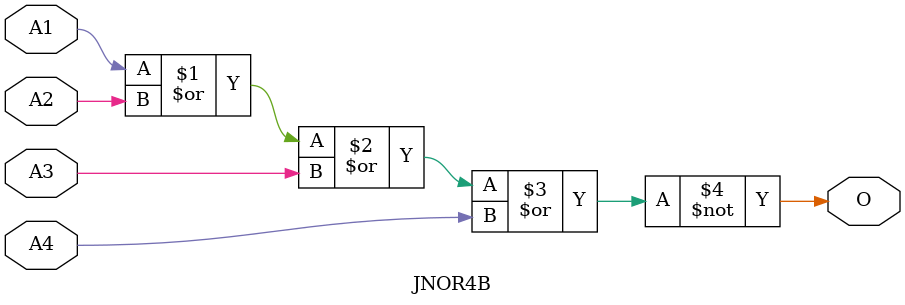
<source format=v>
module JNOR4B(A1, A2, A3, A4, O);
input   A1;
input   A2;
input   A3;
input   A4;
output  O;
nor g0(O, A1, A2, A3, A4);
endmodule
</source>
